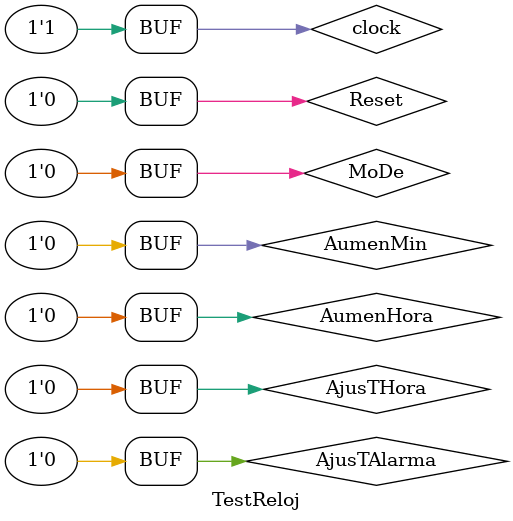
<source format=v>
`timescale 1ns / 1ps


module TestReloj;

	// Inputs
	reg clock;
	reg Reset;
	reg MoDe;
	reg AjusTHora;
	reg AjusTAlarma;
	reg AumenMin;
	reg AumenHora;

	// Outputs
	wire Segundo;
	wire alarma;
	wire Sw0;
	wire Sw1;
	wire Sw2;
	wire Sw3;
	wire [6:0] Displaytotal;

	// Instantiate the Unit Under Test (UUT)
	relojMain uut (
		.clock(clock), 
		.Reset(Reset), 
		.MoDe(MoDe), 
		.AjusTHora(AjusTHora), 
		.AjusTAlarma(AjusTAlarma), 
		.AumenMin(AumenMin), 
		.AumenHora(AumenHora), 
		.Segundo(Segundo), 
		.alarma(alarma), 
		.Sw0(Sw0), 
		.Sw1(Sw1), 
		.Sw2(Sw2), 
		.Sw3(Sw3), 
		.Displaytotal(Displaytotal)
	);

	initial begin
		Reset = 0;
		MoDe = 0;
		AjusTHora = 0;
		AjusTAlarma = 0;
		AumenMin = 0;
		AumenHora = 0;	end
		
	always begin
	clock=0;#5;
	clock=1;#5;
	end
      
endmodule


</source>
